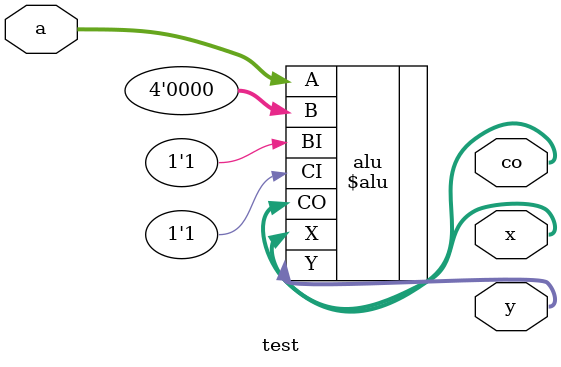
<source format=v>
module test(input [3:0] a, output [3:0] y, output [3:0] x, output [3:0] co);
\$alu #(
	.A_WIDTH(4), .B_WIDTH(4), .Y_WIDTH(4),
	.A_SIGNED(0), .B_SIGNED(0)
) alu (
	.A(a), .B(4'h0),
	.BI(1'b1), .CI(1'b1),
	.Y(y), .X(x), .CO(co)
);
endmodule

</source>
